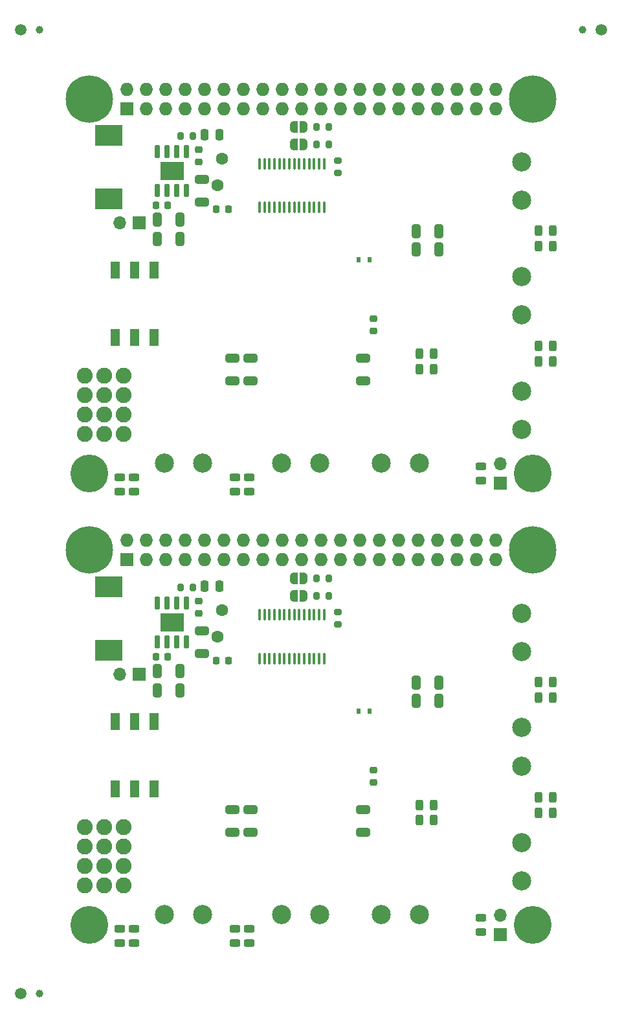
<source format=gbr>
%TF.GenerationSoftware,KiCad,Pcbnew,8.0.2+dfsg-1*%
%TF.CreationDate,2024-06-08T17:30:32+01:00*%
%TF.ProjectId,panel,70616e65-6c2e-46b6-9963-61645f706362,rev?*%
%TF.SameCoordinates,Original*%
%TF.FileFunction,Soldermask,Top*%
%TF.FilePolarity,Negative*%
%FSLAX46Y46*%
G04 Gerber Fmt 4.6, Leading zero omitted, Abs format (unit mm)*
G04 Created by KiCad (PCBNEW 8.0.2+dfsg-1) date 2024-06-08 17:30:32*
%MOMM*%
%LPD*%
G01*
G04 APERTURE LIST*
G04 Aperture macros list*
%AMRoundRect*
0 Rectangle with rounded corners*
0 $1 Rounding radius*
0 $2 $3 $4 $5 $6 $7 $8 $9 X,Y pos of 4 corners*
0 Add a 4 corners polygon primitive as box body*
4,1,4,$2,$3,$4,$5,$6,$7,$8,$9,$2,$3,0*
0 Add four circle primitives for the rounded corners*
1,1,$1+$1,$2,$3*
1,1,$1+$1,$4,$5*
1,1,$1+$1,$6,$7*
1,1,$1+$1,$8,$9*
0 Add four rect primitives between the rounded corners*
20,1,$1+$1,$2,$3,$4,$5,0*
20,1,$1+$1,$4,$5,$6,$7,0*
20,1,$1+$1,$6,$7,$8,$9,0*
20,1,$1+$1,$8,$9,$2,$3,0*%
%AMFreePoly0*
4,1,19,0.500000,-0.750000,0.000000,-0.750000,0.000000,-0.744911,-0.071157,-0.744911,-0.207708,-0.704816,-0.327430,-0.627875,-0.420627,-0.520320,-0.479746,-0.390866,-0.500000,-0.250000,-0.500000,0.250000,-0.479746,0.390866,-0.420627,0.520320,-0.327430,0.627875,-0.207708,0.704816,-0.071157,0.744911,0.000000,0.744911,0.000000,0.750000,0.500000,0.750000,0.500000,-0.750000,0.500000,-0.750000,
$1*%
%AMFreePoly1*
4,1,19,0.000000,0.744911,0.071157,0.744911,0.207708,0.704816,0.327430,0.627875,0.420627,0.520320,0.479746,0.390866,0.500000,0.250000,0.500000,-0.250000,0.479746,-0.390866,0.420627,-0.520320,0.327430,-0.627875,0.207708,-0.704816,0.071157,-0.744911,0.000000,-0.744911,0.000000,-0.750000,-0.500000,-0.750000,-0.500000,0.750000,0.000000,0.750000,0.000000,0.744911,0.000000,0.744911,
$1*%
G04 Aperture macros list end*
%ADD10RoundRect,0.250000X-0.650000X0.325000X-0.650000X-0.325000X0.650000X-0.325000X0.650000X0.325000X0*%
%ADD11C,2.500000*%
%ADD12C,1.000000*%
%ADD13C,2.082800*%
%ADD14R,3.600000X2.700000*%
%ADD15C,4.950000*%
%ADD16RoundRect,0.225000X0.225000X0.250000X-0.225000X0.250000X-0.225000X-0.250000X0.225000X-0.250000X0*%
%ADD17RoundRect,0.200000X0.275000X-0.200000X0.275000X0.200000X-0.275000X0.200000X-0.275000X-0.200000X0*%
%ADD18R,1.700000X1.700000*%
%ADD19O,1.700000X1.700000*%
%ADD20RoundRect,0.100000X0.100000X-0.637500X0.100000X0.637500X-0.100000X0.637500X-0.100000X-0.637500X0*%
%ADD21R,1.200000X2.250000*%
%ADD22RoundRect,0.243750X0.243750X0.456250X-0.243750X0.456250X-0.243750X-0.456250X0.243750X-0.456250X0*%
%ADD23RoundRect,0.250000X-0.325000X-0.650000X0.325000X-0.650000X0.325000X0.650000X-0.325000X0.650000X0*%
%ADD24RoundRect,0.250000X0.650000X-0.325000X0.650000X0.325000X-0.650000X0.325000X-0.650000X-0.325000X0*%
%ADD25RoundRect,0.200000X-0.200000X-0.275000X0.200000X-0.275000X0.200000X0.275000X-0.200000X0.275000X0*%
%ADD26RoundRect,0.243750X0.456250X-0.243750X0.456250X0.243750X-0.456250X0.243750X-0.456250X-0.243750X0*%
%ADD27RoundRect,0.250000X-0.250000X-0.475000X0.250000X-0.475000X0.250000X0.475000X-0.250000X0.475000X0*%
%ADD28C,6.200000*%
%ADD29R,0.600000X0.700000*%
%ADD30RoundRect,0.250000X0.325000X0.650000X-0.325000X0.650000X-0.325000X-0.650000X0.325000X-0.650000X0*%
%ADD31C,1.500000*%
%ADD32RoundRect,0.225000X-0.250000X0.225000X-0.250000X-0.225000X0.250000X-0.225000X0.250000X0.225000X0*%
%ADD33R,3.100000X2.400000*%
%ADD34RoundRect,0.150000X0.150000X-0.737500X0.150000X0.737500X-0.150000X0.737500X-0.150000X-0.737500X0*%
%ADD35RoundRect,0.225000X0.250000X-0.225000X0.250000X0.225000X-0.250000X0.225000X-0.250000X-0.225000X0*%
%ADD36FreePoly0,0.000000*%
%ADD37FreePoly1,0.000000*%
%ADD38R,1.727200X1.727200*%
%ADD39O,1.727200X1.727200*%
%ADD40C,1.600000*%
G04 APERTURE END LIST*
D10*
%TO.C,C3*%
X138200000Y-65425000D03*
X138200000Y-68375000D03*
%TD*%
D11*
%TO.C,J8*%
X176050000Y-44750000D03*
X176050000Y-39750000D03*
%TD*%
D12*
%TO.C,KiKit_FID_T_2*%
X184000000Y-22500000D03*
%TD*%
D13*
%TO.C,J1*%
X118920000Y-126670000D03*
X118920000Y-129210000D03*
X118920000Y-131750000D03*
X118920000Y-134290000D03*
%TD*%
D10*
%TO.C,C1*%
X155300000Y-124425000D03*
X155300000Y-127375000D03*
%TD*%
D14*
%TO.C,L1*%
X122000000Y-36250000D03*
X122000000Y-44550000D03*
%TD*%
D15*
%TO.C,PI2*%
X177500000Y-80500000D03*
%TD*%
D16*
%TO.C,C30*%
X137675000Y-45950000D03*
X136125000Y-45950000D03*
%TD*%
D17*
%TO.C,R28*%
X152000000Y-41225000D03*
X152000000Y-39575000D03*
%TD*%
D18*
%TO.C,J11*%
X173250000Y-81775000D03*
D19*
X173250000Y-79235000D03*
%TD*%
D20*
%TO.C,U2*%
X141750000Y-45687500D03*
X142400000Y-45687500D03*
X143050000Y-45687500D03*
X143700000Y-45687500D03*
X144350000Y-45687500D03*
X145000000Y-45687500D03*
X145650000Y-45687500D03*
X146300000Y-45687500D03*
X146950000Y-45687500D03*
X147600000Y-45687500D03*
X148250000Y-45687500D03*
X148900000Y-45687500D03*
X149550000Y-45687500D03*
X150200000Y-45687500D03*
X150200000Y-39962500D03*
X149550000Y-39962500D03*
X148900000Y-39962500D03*
X148250000Y-39962500D03*
X147600000Y-39962500D03*
X146950000Y-39962500D03*
X146300000Y-39962500D03*
X145650000Y-39962500D03*
X145000000Y-39962500D03*
X144350000Y-39962500D03*
X143700000Y-39962500D03*
X143050000Y-39962500D03*
X142400000Y-39962500D03*
X141750000Y-39962500D03*
%TD*%
D21*
%TO.C,SW1*%
X125400000Y-112925000D03*
X122860000Y-112925000D03*
X122860000Y-121675000D03*
X125400000Y-121675000D03*
X127940000Y-112925000D03*
X127940000Y-121675000D03*
%TD*%
D12*
%TO.C,KiKit_FID_T_1*%
X113000000Y-22500000D03*
%TD*%
D15*
%TO.C,PI2*%
X177500000Y-139500000D03*
%TD*%
D22*
%TO.C,D20*%
X180137500Y-107750000D03*
X178262500Y-107750000D03*
%TD*%
D23*
%TO.C,C16*%
X162225000Y-51200000D03*
X165175000Y-51200000D03*
%TD*%
D24*
%TO.C,C5*%
X134200000Y-44975000D03*
X134200000Y-42025000D03*
%TD*%
D22*
%TO.C,D5*%
X180137500Y-122800000D03*
X178262500Y-122800000D03*
%TD*%
D18*
%TO.C,J11*%
X173250000Y-140775000D03*
D19*
X173250000Y-138235000D03*
%TD*%
D11*
%TO.C,J5*%
X144625000Y-138150000D03*
X149625000Y-138150000D03*
%TD*%
D25*
%TO.C,R39*%
X149175000Y-96500000D03*
X150825000Y-96500000D03*
%TD*%
D26*
%TO.C,D29*%
X123450000Y-141837500D03*
X123450000Y-139962500D03*
%TD*%
D27*
%TO.C,C22*%
X134600000Y-36200000D03*
X136500000Y-36200000D03*
%TD*%
D26*
%TO.C,D4*%
X125350000Y-82837500D03*
X125350000Y-80962500D03*
%TD*%
D28*
%TO.C,PI3*%
X119500000Y-31500000D03*
%TD*%
D29*
%TO.C,D43*%
X156150000Y-111550000D03*
X154750000Y-111550000D03*
%TD*%
D25*
%TO.C,R44*%
X131425000Y-36400000D03*
X133075000Y-36400000D03*
%TD*%
D30*
%TO.C,C18*%
X131375000Y-106300000D03*
X128425000Y-106300000D03*
%TD*%
D23*
%TO.C,C14*%
X128425000Y-108800000D03*
X131375000Y-108800000D03*
%TD*%
D15*
%TO.C,PI4*%
X119500000Y-80500000D03*
%TD*%
D22*
%TO.C,D1*%
X164572500Y-66800000D03*
X162697500Y-66800000D03*
%TD*%
%TO.C,D1*%
X164572500Y-125800000D03*
X162697500Y-125800000D03*
%TD*%
%TO.C,D37*%
X180137500Y-50750000D03*
X178262500Y-50750000D03*
%TD*%
D26*
%TO.C,D4*%
X125350000Y-141837500D03*
X125350000Y-139962500D03*
%TD*%
D22*
%TO.C,D20*%
X180137500Y-48750000D03*
X178262500Y-48750000D03*
%TD*%
D25*
%TO.C,R44*%
X131425000Y-95400000D03*
X133075000Y-95400000D03*
%TD*%
D22*
%TO.C,D30*%
X180137500Y-65800000D03*
X178262500Y-65800000D03*
%TD*%
D30*
%TO.C,C18*%
X131375000Y-47300000D03*
X128425000Y-47300000D03*
%TD*%
D31*
%TO.C,KiKit_TO_2*%
X186500000Y-22500000D03*
%TD*%
D11*
%TO.C,J5*%
X144625000Y-79150000D03*
X149625000Y-79150000D03*
%TD*%
D10*
%TO.C,C3*%
X138200000Y-124425000D03*
X138200000Y-127375000D03*
%TD*%
D18*
%TO.C,J9*%
X126000000Y-47700000D03*
D19*
X123460000Y-47700000D03*
%TD*%
D22*
%TO.C,D5*%
X180137500Y-63800000D03*
X178262500Y-63800000D03*
%TD*%
D26*
%TO.C,D29*%
X123450000Y-82837500D03*
X123450000Y-80962500D03*
%TD*%
%TO.C,D41*%
X170700000Y-81437500D03*
X170700000Y-79562500D03*
%TD*%
D12*
%TO.C,KiKit_FID_T_3*%
X113000000Y-148500046D03*
%TD*%
D32*
%TO.C,C23*%
X133800000Y-97175000D03*
X133800000Y-98725000D03*
%TD*%
D33*
%TO.C,U1*%
X130300000Y-40950000D03*
D34*
X128395000Y-43512500D03*
X129665000Y-43512500D03*
X130935000Y-43512500D03*
X132205000Y-43512500D03*
X132205000Y-38387500D03*
X130935000Y-38387500D03*
X129665000Y-38387500D03*
X128395000Y-38387500D03*
%TD*%
D18*
%TO.C,J9*%
X126000000Y-106700000D03*
D19*
X123460000Y-106700000D03*
%TD*%
D20*
%TO.C,U2*%
X141750000Y-104687500D03*
X142400000Y-104687500D03*
X143050000Y-104687500D03*
X143700000Y-104687500D03*
X144350000Y-104687500D03*
X145000000Y-104687500D03*
X145650000Y-104687500D03*
X146300000Y-104687500D03*
X146950000Y-104687500D03*
X147600000Y-104687500D03*
X148250000Y-104687500D03*
X148900000Y-104687500D03*
X149550000Y-104687500D03*
X150200000Y-104687500D03*
X150200000Y-98962500D03*
X149550000Y-98962500D03*
X148900000Y-98962500D03*
X148250000Y-98962500D03*
X147600000Y-98962500D03*
X146950000Y-98962500D03*
X146300000Y-98962500D03*
X145650000Y-98962500D03*
X145000000Y-98962500D03*
X144350000Y-98962500D03*
X143700000Y-98962500D03*
X143050000Y-98962500D03*
X142400000Y-98962500D03*
X141750000Y-98962500D03*
%TD*%
D31*
%TO.C,KiKit_TO_3*%
X110500000Y-148500046D03*
%TD*%
D35*
%TO.C,C27*%
X156700000Y-61825000D03*
X156700000Y-60275000D03*
%TD*%
D27*
%TO.C,C22*%
X134600000Y-95200000D03*
X136500000Y-95200000D03*
%TD*%
D36*
%TO.C,JP8*%
X146250000Y-94200000D03*
D37*
X147550000Y-94200000D03*
%TD*%
D35*
%TO.C,C27*%
X156700000Y-120825000D03*
X156700000Y-119275000D03*
%TD*%
D11*
%TO.C,J3*%
X157700000Y-79150000D03*
X162700000Y-79150000D03*
%TD*%
D24*
%TO.C,C5*%
X134200000Y-103975000D03*
X134200000Y-101025000D03*
%TD*%
D29*
%TO.C,D43*%
X156150000Y-52550000D03*
X154750000Y-52550000D03*
%TD*%
D26*
%TO.C,D19*%
X140450000Y-141837500D03*
X140450000Y-139962500D03*
%TD*%
D21*
%TO.C,SW1*%
X125400000Y-53925000D03*
X122860000Y-53925000D03*
X122860000Y-62675000D03*
X125400000Y-62675000D03*
X127940000Y-53925000D03*
X127940000Y-62675000D03*
%TD*%
D28*
%TO.C,PI1*%
X177500000Y-31500000D03*
%TD*%
D10*
%TO.C,C11*%
X140600000Y-124425000D03*
X140600000Y-127375000D03*
%TD*%
D16*
%TO.C,C30*%
X137675000Y-104950000D03*
X136125000Y-104950000D03*
%TD*%
D36*
%TO.C,JP8*%
X146250000Y-35200000D03*
D37*
X147550000Y-35200000D03*
%TD*%
D23*
%TO.C,C16*%
X162225000Y-110200000D03*
X165175000Y-110200000D03*
%TD*%
D11*
%TO.C,J10*%
X176012500Y-74700000D03*
X176012500Y-69700000D03*
%TD*%
D25*
%TO.C,R40*%
X149175000Y-35200000D03*
X150825000Y-35200000D03*
%TD*%
D23*
%TO.C,C14*%
X128425000Y-49800000D03*
X131375000Y-49800000D03*
%TD*%
D16*
%TO.C,C6*%
X129775000Y-104400000D03*
X128225000Y-104400000D03*
%TD*%
D26*
%TO.C,D31*%
X138550000Y-82837500D03*
X138550000Y-80962500D03*
%TD*%
D38*
%TO.C,J2*%
X124370000Y-32770000D03*
D39*
X124370000Y-30230000D03*
X126910000Y-32770000D03*
X126910000Y-30230000D03*
X129450000Y-32770000D03*
X129450000Y-30230000D03*
X131990000Y-32770000D03*
X131990000Y-30230000D03*
X134530000Y-32770000D03*
X134530000Y-30230000D03*
X137070000Y-32770000D03*
X137070000Y-30230000D03*
X139610000Y-32770000D03*
X139610000Y-30230000D03*
X142150000Y-32770000D03*
X142150000Y-30230000D03*
X144690000Y-32770000D03*
X144690000Y-30230000D03*
X147230000Y-32770000D03*
X147230000Y-30230000D03*
X149770000Y-32770000D03*
X149770000Y-30230000D03*
X152310000Y-32770000D03*
X152310000Y-30230000D03*
X154850000Y-32770000D03*
X154850000Y-30230000D03*
X157390000Y-32770000D03*
X157390000Y-30230000D03*
X159930000Y-32770000D03*
X159930000Y-30230000D03*
X162470000Y-32770000D03*
X162470000Y-30230000D03*
X165010000Y-32770000D03*
X165010000Y-30230000D03*
X167550000Y-32770000D03*
X167550000Y-30230000D03*
X170090000Y-32770000D03*
X170090000Y-30230000D03*
X172630000Y-32770000D03*
X172630000Y-30230000D03*
%TD*%
D22*
%TO.C,D37*%
X180137500Y-109750000D03*
X178262500Y-109750000D03*
%TD*%
D11*
%TO.C,J4*%
X129300000Y-138150000D03*
X134300000Y-138150000D03*
%TD*%
D26*
%TO.C,D31*%
X138550000Y-141837500D03*
X138550000Y-139962500D03*
%TD*%
D33*
%TO.C,U1*%
X130300000Y-99950000D03*
D34*
X128395000Y-102512500D03*
X129665000Y-102512500D03*
X130935000Y-102512500D03*
X132205000Y-102512500D03*
X132205000Y-97387500D03*
X130935000Y-97387500D03*
X129665000Y-97387500D03*
X128395000Y-97387500D03*
%TD*%
D14*
%TO.C,L1*%
X122000000Y-95250000D03*
X122000000Y-103550000D03*
%TD*%
D16*
%TO.C,C6*%
X129775000Y-45400000D03*
X128225000Y-45400000D03*
%TD*%
D31*
%TO.C,KiKit_TO_1*%
X110500000Y-22500000D03*
%TD*%
D32*
%TO.C,C23*%
X133800000Y-38175000D03*
X133800000Y-39725000D03*
%TD*%
D17*
%TO.C,R28*%
X152000000Y-100225000D03*
X152000000Y-98575000D03*
%TD*%
D26*
%TO.C,D19*%
X140450000Y-82837500D03*
X140450000Y-80962500D03*
%TD*%
D25*
%TO.C,R40*%
X149175000Y-94200000D03*
X150825000Y-94200000D03*
%TD*%
D11*
%TO.C,J4*%
X129300000Y-79150000D03*
X134300000Y-79150000D03*
%TD*%
D10*
%TO.C,C1*%
X155300000Y-65425000D03*
X155300000Y-68375000D03*
%TD*%
D11*
%TO.C,J7*%
X176050000Y-59700000D03*
X176050000Y-54700000D03*
%TD*%
D22*
%TO.C,D30*%
X180137500Y-124800000D03*
X178262500Y-124800000D03*
%TD*%
D25*
%TO.C,R39*%
X149175000Y-37500000D03*
X150825000Y-37500000D03*
%TD*%
D13*
%TO.C,J1*%
X118920000Y-67670000D03*
X118920000Y-70210000D03*
X118920000Y-72750000D03*
X118920000Y-75290000D03*
%TD*%
D11*
%TO.C,J8*%
X176050000Y-103750000D03*
X176050000Y-98750000D03*
%TD*%
D13*
%TO.C,J6*%
X124020000Y-134290000D03*
X121480000Y-134290000D03*
X124020000Y-131750000D03*
X121480000Y-131750000D03*
X124020000Y-129210000D03*
X121480000Y-129210000D03*
X124020000Y-126670000D03*
X121480000Y-126670000D03*
%TD*%
%TO.C,J6*%
X124020000Y-75290000D03*
X121480000Y-75290000D03*
X124020000Y-72750000D03*
X121480000Y-72750000D03*
X124020000Y-70210000D03*
X121480000Y-70210000D03*
X124020000Y-67670000D03*
X121480000Y-67670000D03*
%TD*%
D23*
%TO.C,C15*%
X162225000Y-107800000D03*
X165175000Y-107800000D03*
%TD*%
D38*
%TO.C,J2*%
X124370000Y-91770000D03*
D39*
X124370000Y-89230000D03*
X126910000Y-91770000D03*
X126910000Y-89230000D03*
X129450000Y-91770000D03*
X129450000Y-89230000D03*
X131990000Y-91770000D03*
X131990000Y-89230000D03*
X134530000Y-91770000D03*
X134530000Y-89230000D03*
X137070000Y-91770000D03*
X137070000Y-89230000D03*
X139610000Y-91770000D03*
X139610000Y-89230000D03*
X142150000Y-91770000D03*
X142150000Y-89230000D03*
X144690000Y-91770000D03*
X144690000Y-89230000D03*
X147230000Y-91770000D03*
X147230000Y-89230000D03*
X149770000Y-91770000D03*
X149770000Y-89230000D03*
X152310000Y-91770000D03*
X152310000Y-89230000D03*
X154850000Y-91770000D03*
X154850000Y-89230000D03*
X157390000Y-91770000D03*
X157390000Y-89230000D03*
X159930000Y-91770000D03*
X159930000Y-89230000D03*
X162470000Y-91770000D03*
X162470000Y-89230000D03*
X165010000Y-91770000D03*
X165010000Y-89230000D03*
X167550000Y-91770000D03*
X167550000Y-89230000D03*
X170090000Y-91770000D03*
X170090000Y-89230000D03*
X172630000Y-91770000D03*
X172630000Y-89230000D03*
%TD*%
D11*
%TO.C,J10*%
X176012500Y-133700000D03*
X176012500Y-128700000D03*
%TD*%
D28*
%TO.C,PI3*%
X119500000Y-90500000D03*
%TD*%
D23*
%TO.C,C15*%
X162225000Y-48800000D03*
X165175000Y-48800000D03*
%TD*%
D22*
%TO.C,D38*%
X164572500Y-123800000D03*
X162697500Y-123800000D03*
%TD*%
D10*
%TO.C,C11*%
X140600000Y-65425000D03*
X140600000Y-68375000D03*
%TD*%
D36*
%TO.C,JP7*%
X146250000Y-37500000D03*
D37*
X147550000Y-37500000D03*
%TD*%
D22*
%TO.C,D38*%
X164572500Y-64800000D03*
X162697500Y-64800000D03*
%TD*%
D11*
%TO.C,J3*%
X157700000Y-138150000D03*
X162700000Y-138150000D03*
%TD*%
D15*
%TO.C,PI4*%
X119500000Y-139500000D03*
%TD*%
D26*
%TO.C,D41*%
X170700000Y-140437500D03*
X170700000Y-138562500D03*
%TD*%
D28*
%TO.C,PI1*%
X177500000Y-90500000D03*
%TD*%
D36*
%TO.C,JP7*%
X146250000Y-96500000D03*
D37*
X147550000Y-96500000D03*
%TD*%
D11*
%TO.C,J7*%
X176050000Y-118700000D03*
X176050000Y-113700000D03*
%TD*%
D40*
%TO.C,C8*%
X136250000Y-42800000D03*
X136857769Y-39353173D03*
%TD*%
%TO.C,C8*%
X136250000Y-101800000D03*
X136857769Y-98353173D03*
%TD*%
M02*

</source>
